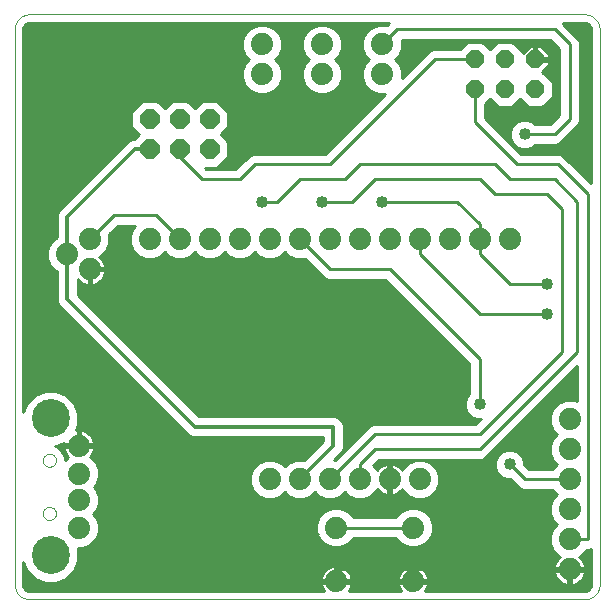
<source format=gbl>
G75*
G70*
%OFA0B0*%
%FSLAX24Y24*%
%IPPOS*%
%LPD*%
%AMOC8*
5,1,8,0,0,1.08239X$1,22.5*
%
%ADD10C,0.0000*%
%ADD11C,0.0740*%
%ADD12OC8,0.0640*%
%ADD13OC8,0.0600*%
%ADD14C,0.1266*%
%ADD15C,0.0100*%
%ADD16C,0.0400*%
%ADD17C,0.0120*%
D10*
X005948Y001650D02*
X005948Y020150D01*
X005950Y020194D01*
X005956Y020237D01*
X005965Y020279D01*
X005978Y020321D01*
X005995Y020361D01*
X006015Y020400D01*
X006038Y020437D01*
X006065Y020471D01*
X006094Y020504D01*
X006127Y020533D01*
X006161Y020560D01*
X006198Y020583D01*
X006237Y020603D01*
X006277Y020620D01*
X006319Y020633D01*
X006361Y020642D01*
X006404Y020648D01*
X006448Y020650D01*
X024948Y020650D01*
X024992Y020648D01*
X025035Y020642D01*
X025077Y020633D01*
X025119Y020620D01*
X025159Y020603D01*
X025198Y020583D01*
X025235Y020560D01*
X025269Y020533D01*
X025302Y020504D01*
X025331Y020471D01*
X025358Y020437D01*
X025381Y020400D01*
X025401Y020361D01*
X025418Y020321D01*
X025431Y020279D01*
X025440Y020237D01*
X025446Y020194D01*
X025448Y020150D01*
X025448Y001650D01*
X025446Y001606D01*
X025440Y001563D01*
X025431Y001521D01*
X025418Y001479D01*
X025401Y001439D01*
X025381Y001400D01*
X025358Y001363D01*
X025331Y001329D01*
X025302Y001296D01*
X025269Y001267D01*
X025235Y001240D01*
X025198Y001217D01*
X025159Y001197D01*
X025119Y001180D01*
X025077Y001167D01*
X025035Y001158D01*
X024992Y001152D01*
X024948Y001150D01*
X006448Y001150D01*
X006404Y001152D01*
X006361Y001158D01*
X006319Y001167D01*
X006277Y001180D01*
X006237Y001197D01*
X006198Y001217D01*
X006161Y001240D01*
X006127Y001267D01*
X006094Y001296D01*
X006065Y001329D01*
X006038Y001363D01*
X006015Y001400D01*
X005995Y001439D01*
X005978Y001479D01*
X005965Y001521D01*
X005956Y001563D01*
X005950Y001606D01*
X005948Y001650D01*
X006892Y004014D02*
X006894Y004043D01*
X006900Y004071D01*
X006909Y004099D01*
X006922Y004125D01*
X006939Y004148D01*
X006958Y004170D01*
X006980Y004189D01*
X007005Y004204D01*
X007031Y004217D01*
X007059Y004225D01*
X007087Y004230D01*
X007116Y004231D01*
X007145Y004228D01*
X007173Y004221D01*
X007200Y004211D01*
X007226Y004197D01*
X007249Y004180D01*
X007270Y004160D01*
X007288Y004137D01*
X007303Y004112D01*
X007314Y004085D01*
X007322Y004057D01*
X007326Y004028D01*
X007326Y004000D01*
X007322Y003971D01*
X007314Y003943D01*
X007303Y003916D01*
X007288Y003891D01*
X007270Y003868D01*
X007249Y003848D01*
X007226Y003831D01*
X007200Y003817D01*
X007173Y003807D01*
X007145Y003800D01*
X007116Y003797D01*
X007087Y003798D01*
X007059Y003803D01*
X007031Y003811D01*
X007005Y003824D01*
X006980Y003839D01*
X006958Y003858D01*
X006939Y003880D01*
X006922Y003903D01*
X006909Y003929D01*
X006900Y003957D01*
X006894Y003985D01*
X006892Y004014D01*
X006892Y005786D02*
X006894Y005815D01*
X006900Y005843D01*
X006909Y005871D01*
X006922Y005897D01*
X006939Y005920D01*
X006958Y005942D01*
X006980Y005961D01*
X007005Y005976D01*
X007031Y005989D01*
X007059Y005997D01*
X007087Y006002D01*
X007116Y006003D01*
X007145Y006000D01*
X007173Y005993D01*
X007200Y005983D01*
X007226Y005969D01*
X007249Y005952D01*
X007270Y005932D01*
X007288Y005909D01*
X007303Y005884D01*
X007314Y005857D01*
X007322Y005829D01*
X007326Y005800D01*
X007326Y005772D01*
X007322Y005743D01*
X007314Y005715D01*
X007303Y005688D01*
X007288Y005663D01*
X007270Y005640D01*
X007249Y005620D01*
X007226Y005603D01*
X007200Y005589D01*
X007173Y005579D01*
X007145Y005572D01*
X007116Y005569D01*
X007087Y005570D01*
X007059Y005575D01*
X007031Y005583D01*
X007005Y005596D01*
X006980Y005611D01*
X006958Y005630D01*
X006939Y005652D01*
X006922Y005675D01*
X006909Y005701D01*
X006900Y005729D01*
X006894Y005757D01*
X006892Y005786D01*
D11*
X008093Y005344D03*
X008093Y004456D03*
X008093Y003522D03*
X008093Y006278D03*
X014448Y005150D03*
X015448Y005150D03*
X016448Y005150D03*
X017448Y005150D03*
X018448Y005150D03*
X019448Y005150D03*
X019228Y003540D03*
X019228Y001760D03*
X016668Y001760D03*
X016668Y003540D03*
X024448Y003150D03*
X024448Y002150D03*
X024448Y004150D03*
X024448Y005150D03*
X024448Y006150D03*
X024448Y007150D03*
X022448Y013150D03*
X021448Y013150D03*
X020448Y013150D03*
X019448Y013150D03*
X018448Y013150D03*
X017448Y013150D03*
X016448Y013150D03*
X015448Y013150D03*
X014448Y013150D03*
X013448Y013150D03*
X012448Y013150D03*
X011448Y013150D03*
X010448Y013150D03*
X008448Y013150D03*
X007698Y012650D03*
X008448Y012150D03*
X014198Y018650D03*
X014198Y019650D03*
X016198Y019650D03*
X016198Y018650D03*
X018198Y018650D03*
X018198Y019650D03*
D12*
X012448Y017150D03*
X011448Y017150D03*
X011448Y016150D03*
X012448Y016150D03*
X010448Y016150D03*
X010448Y017150D03*
D13*
X021298Y018150D03*
X022298Y018150D03*
X023298Y018150D03*
X023298Y019150D03*
X022298Y019150D03*
X021298Y019150D03*
D14*
X007148Y007183D03*
X007148Y002617D03*
D15*
X006307Y002234D02*
X006238Y002234D01*
X006238Y002332D02*
X006267Y002332D01*
X006238Y002401D02*
X006365Y002094D01*
X006625Y001834D01*
X006964Y001693D01*
X007331Y001693D01*
X007671Y001834D01*
X007930Y002094D01*
X008071Y002433D01*
X008071Y002800D01*
X008045Y002862D01*
X008224Y002862D01*
X008467Y002963D01*
X008652Y003148D01*
X008753Y003391D01*
X008753Y003653D01*
X008652Y003896D01*
X008559Y003989D01*
X008652Y004082D01*
X008753Y004325D01*
X008753Y004588D01*
X008652Y004830D01*
X008582Y004900D01*
X008652Y004970D01*
X008753Y005212D01*
X008753Y005475D01*
X008652Y005718D01*
X008467Y005903D01*
X008457Y005907D01*
X008489Y005939D01*
X008537Y006005D01*
X008575Y006078D01*
X008600Y006156D01*
X008613Y006237D01*
X008613Y006238D01*
X008133Y006238D01*
X008133Y006318D01*
X008613Y006318D01*
X008613Y006319D01*
X008600Y006400D01*
X008575Y006478D01*
X008537Y006550D01*
X008489Y006617D01*
X008432Y006675D01*
X008365Y006723D01*
X008292Y006760D01*
X008215Y006785D01*
X008134Y006798D01*
X008133Y006798D01*
X008133Y006318D01*
X008053Y006318D01*
X008053Y006798D01*
X008052Y006798D01*
X007983Y006787D01*
X008071Y007000D01*
X008071Y007367D01*
X007930Y007706D01*
X007671Y007966D01*
X007331Y008107D01*
X006964Y008107D01*
X006625Y007966D01*
X006365Y007706D01*
X006238Y007399D01*
X006238Y020150D01*
X006242Y020191D01*
X006273Y020267D01*
X006331Y020325D01*
X006407Y020356D01*
X006448Y020360D01*
X018427Y020360D01*
X018410Y020343D01*
X018363Y020296D01*
X018329Y020310D01*
X018067Y020310D01*
X017824Y020210D01*
X017638Y020024D01*
X017538Y019781D01*
X017538Y019519D01*
X017638Y019276D01*
X017764Y019150D01*
X017638Y019024D01*
X017538Y018781D01*
X017538Y018519D01*
X017638Y018276D01*
X017824Y018090D01*
X018067Y017990D01*
X018307Y017990D01*
X016307Y015990D01*
X013880Y015990D01*
X013755Y015938D01*
X013660Y015843D01*
X013307Y015490D01*
X012339Y015490D01*
X012289Y015540D01*
X012701Y015540D01*
X013058Y015897D01*
X013058Y016403D01*
X012811Y016650D01*
X013058Y016897D01*
X013058Y017403D01*
X012701Y017760D01*
X012195Y017760D01*
X011948Y017513D01*
X011701Y017760D01*
X011195Y017760D01*
X010948Y017513D01*
X010701Y017760D01*
X010195Y017760D01*
X009838Y017403D01*
X009838Y016897D01*
X010085Y016650D01*
X009935Y016500D01*
X009878Y016500D01*
X009750Y016447D01*
X009651Y016348D01*
X007500Y014197D01*
X007401Y014098D01*
X007348Y013970D01*
X007348Y013219D01*
X007324Y013210D01*
X007138Y013024D01*
X007038Y012781D01*
X007038Y012519D01*
X007138Y012276D01*
X007324Y012090D01*
X007348Y012081D01*
X007348Y011080D01*
X007401Y010952D01*
X011750Y006603D01*
X011878Y006550D01*
X016218Y006550D01*
X016218Y006415D01*
X015603Y005800D01*
X015579Y005810D01*
X015317Y005810D01*
X015074Y005710D01*
X014948Y005583D01*
X014822Y005710D01*
X014579Y005810D01*
X014317Y005810D01*
X014074Y005710D01*
X013888Y005524D01*
X013788Y005281D01*
X013788Y005019D01*
X013888Y004776D01*
X014074Y004590D01*
X014317Y004490D01*
X014579Y004490D01*
X014822Y004590D01*
X014948Y004717D01*
X015074Y004590D01*
X015317Y004490D01*
X015579Y004490D01*
X015822Y004590D01*
X015948Y004717D01*
X016074Y004590D01*
X016317Y004490D01*
X016579Y004490D01*
X016822Y004590D01*
X016948Y004717D01*
X017074Y004590D01*
X017317Y004490D01*
X017579Y004490D01*
X017822Y004590D01*
X018007Y004776D01*
X018033Y004837D01*
X018051Y004811D01*
X018109Y004753D01*
X018175Y004705D01*
X018248Y004668D01*
X018326Y004643D01*
X018398Y004631D01*
X018398Y005100D01*
X018498Y005100D01*
X018498Y004631D01*
X018570Y004643D01*
X018647Y004668D01*
X018720Y004705D01*
X018787Y004753D01*
X018845Y004811D01*
X018863Y004837D01*
X018888Y004776D01*
X019074Y004590D01*
X019317Y004490D01*
X019579Y004490D01*
X019822Y004590D01*
X020007Y004776D01*
X020108Y005019D01*
X020108Y005281D01*
X020007Y005524D01*
X019822Y005710D01*
X019579Y005810D01*
X019317Y005810D01*
X019074Y005710D01*
X018888Y005524D01*
X018863Y005463D01*
X018845Y005489D01*
X018787Y005547D01*
X018720Y005595D01*
X018647Y005632D01*
X018570Y005657D01*
X018498Y005669D01*
X018498Y005200D01*
X018398Y005200D01*
X018398Y005669D01*
X018326Y005657D01*
X018248Y005632D01*
X018175Y005595D01*
X018109Y005547D01*
X018051Y005489D01*
X018033Y005463D01*
X018007Y005524D01*
X017905Y005626D01*
X018089Y005810D01*
X021516Y005810D01*
X021640Y005862D01*
X021736Y005957D01*
X024708Y008929D01*
X024708Y007757D01*
X024579Y007810D01*
X024317Y007810D01*
X024074Y007710D01*
X023888Y007524D01*
X023788Y007281D01*
X023788Y007019D01*
X023888Y006776D01*
X024014Y006650D01*
X023888Y006524D01*
X023788Y006281D01*
X023788Y006019D01*
X023888Y005776D01*
X024014Y005650D01*
X023888Y005524D01*
X023874Y005490D01*
X023089Y005490D01*
X022938Y005641D01*
X022938Y005747D01*
X022863Y005928D01*
X022725Y006065D01*
X022545Y006140D01*
X022350Y006140D01*
X022170Y006065D01*
X022032Y005928D01*
X021958Y005747D01*
X021958Y005553D01*
X022032Y005372D01*
X022170Y005235D01*
X022350Y005160D01*
X022457Y005160D01*
X022660Y004957D01*
X022755Y004862D01*
X022880Y004810D01*
X023874Y004810D01*
X023888Y004776D01*
X024014Y004650D01*
X023888Y004524D01*
X023788Y004281D01*
X023788Y004019D01*
X023888Y003776D01*
X024014Y003650D01*
X023888Y003524D01*
X023788Y003281D01*
X023788Y003019D01*
X023888Y002776D01*
X024074Y002590D01*
X024135Y002565D01*
X024109Y002547D01*
X024051Y002489D01*
X024003Y002423D01*
X023966Y002350D01*
X023941Y002272D01*
X023929Y002200D01*
X024398Y002200D01*
X024398Y002100D01*
X024498Y002100D01*
X024498Y002200D01*
X024966Y002200D01*
X024955Y002272D01*
X024930Y002350D01*
X024893Y002423D01*
X024845Y002489D01*
X024787Y002547D01*
X024761Y002565D01*
X024822Y002590D01*
X025007Y002776D01*
X025021Y002810D01*
X025116Y002810D01*
X025158Y002828D01*
X025158Y001650D01*
X025154Y001609D01*
X025122Y001533D01*
X025065Y001475D01*
X024989Y001444D01*
X024948Y001440D01*
X019638Y001440D01*
X019673Y001487D01*
X019710Y001560D01*
X019735Y001638D01*
X019746Y001710D01*
X019278Y001710D01*
X019278Y001810D01*
X019746Y001810D01*
X019735Y001882D01*
X019710Y001960D01*
X019673Y002033D01*
X019625Y002099D01*
X019567Y002157D01*
X019500Y002205D01*
X019427Y002242D01*
X019350Y002267D01*
X019278Y002279D01*
X019278Y001810D01*
X019178Y001810D01*
X019178Y002279D01*
X019106Y002267D01*
X019028Y002242D01*
X018955Y002205D01*
X018889Y002157D01*
X018831Y002099D01*
X018783Y002033D01*
X018746Y001960D01*
X018721Y001882D01*
X018709Y001810D01*
X019178Y001810D01*
X019178Y001710D01*
X018709Y001710D01*
X018721Y001638D01*
X018746Y001560D01*
X018783Y001487D01*
X018818Y001440D01*
X017078Y001440D01*
X017113Y001487D01*
X017150Y001560D01*
X017175Y001638D01*
X017186Y001710D01*
X016718Y001710D01*
X016718Y001810D01*
X017186Y001810D01*
X017175Y001882D01*
X017150Y001960D01*
X017113Y002033D01*
X017065Y002099D01*
X017007Y002157D01*
X016940Y002205D01*
X016867Y002242D01*
X016790Y002267D01*
X016718Y002279D01*
X016718Y001810D01*
X016618Y001810D01*
X016618Y002279D01*
X016546Y002267D01*
X016468Y002242D01*
X016395Y002205D01*
X016329Y002157D01*
X016271Y002099D01*
X016223Y002033D01*
X016186Y001960D01*
X016161Y001882D01*
X016149Y001810D01*
X016618Y001810D01*
X016618Y001710D01*
X016149Y001710D01*
X016161Y001638D01*
X016186Y001560D01*
X016223Y001487D01*
X016258Y001440D01*
X006448Y001440D01*
X006407Y001444D01*
X006331Y001475D01*
X006273Y001533D01*
X006242Y001609D01*
X006238Y001650D01*
X006238Y002401D01*
X006238Y002135D02*
X006348Y002135D01*
X006422Y002037D02*
X006238Y002037D01*
X006238Y001938D02*
X006521Y001938D01*
X006619Y001840D02*
X006238Y001840D01*
X006238Y001741D02*
X006849Y001741D01*
X006403Y001446D02*
X016254Y001446D01*
X016194Y001544D02*
X006269Y001544D01*
X006239Y001643D02*
X016160Y001643D01*
X016154Y001840D02*
X007676Y001840D01*
X007775Y001938D02*
X016179Y001938D01*
X016226Y002037D02*
X007873Y002037D01*
X007948Y002135D02*
X016307Y002135D01*
X016452Y002234D02*
X007988Y002234D01*
X008029Y002332D02*
X023960Y002332D01*
X023935Y002234D02*
X019444Y002234D01*
X019278Y002234D02*
X019178Y002234D01*
X019228Y002150D02*
X019228Y001760D01*
X019278Y001741D02*
X024126Y001741D01*
X024109Y001753D02*
X024175Y001705D01*
X024248Y001668D01*
X024326Y001643D01*
X024398Y001631D01*
X024398Y002100D01*
X023929Y002100D01*
X023941Y002028D01*
X023966Y001950D01*
X024003Y001877D01*
X024051Y001811D01*
X024109Y001753D01*
X024031Y001840D02*
X019742Y001840D01*
X019717Y001938D02*
X023972Y001938D01*
X023939Y002037D02*
X019670Y002037D01*
X019588Y002135D02*
X024398Y002135D01*
X024448Y002150D02*
X019228Y002150D01*
X016668Y002150D01*
X016668Y001760D01*
X016718Y001741D02*
X019178Y001741D01*
X019178Y001840D02*
X019278Y001840D01*
X019278Y001938D02*
X019178Y001938D01*
X019178Y002037D02*
X019278Y002037D01*
X019278Y002135D02*
X019178Y002135D01*
X019012Y002234D02*
X016884Y002234D01*
X016718Y002234D02*
X016618Y002234D01*
X016618Y002135D02*
X016718Y002135D01*
X016718Y002037D02*
X016618Y002037D01*
X016618Y001938D02*
X016718Y001938D01*
X016718Y001840D02*
X016618Y001840D01*
X016618Y001741D02*
X007446Y001741D01*
X008070Y002431D02*
X024009Y002431D01*
X024091Y002529D02*
X008071Y002529D01*
X008071Y002628D02*
X024037Y002628D01*
X023938Y002726D02*
X008071Y002726D01*
X008061Y002825D02*
X023868Y002825D01*
X023828Y002923D02*
X019463Y002923D01*
X019359Y002880D02*
X019602Y002980D01*
X019787Y003166D01*
X019888Y003409D01*
X019888Y003671D01*
X019787Y003914D01*
X019602Y004100D01*
X019359Y004200D01*
X019097Y004200D01*
X018854Y004100D01*
X018668Y003914D01*
X018654Y003880D01*
X017241Y003880D01*
X017227Y003914D01*
X017042Y004100D01*
X016799Y004200D01*
X016537Y004200D01*
X016294Y004100D01*
X016108Y003914D01*
X016008Y003671D01*
X016008Y003409D01*
X016108Y003166D01*
X016294Y002980D01*
X016537Y002880D01*
X016799Y002880D01*
X017042Y002980D01*
X017227Y003166D01*
X017241Y003200D01*
X018654Y003200D01*
X018668Y003166D01*
X018854Y002980D01*
X019097Y002880D01*
X019359Y002880D01*
X019643Y003022D02*
X023788Y003022D01*
X023788Y003120D02*
X019741Y003120D01*
X019809Y003219D02*
X023788Y003219D01*
X023803Y003317D02*
X019850Y003317D01*
X019888Y003416D02*
X023843Y003416D01*
X023884Y003514D02*
X019888Y003514D01*
X019888Y003613D02*
X023977Y003613D01*
X023953Y003711D02*
X019871Y003711D01*
X019831Y003810D02*
X023875Y003810D01*
X023834Y003908D02*
X019790Y003908D01*
X019695Y004007D02*
X023793Y004007D01*
X023788Y004105D02*
X019588Y004105D01*
X019601Y004499D02*
X023878Y004499D01*
X023837Y004401D02*
X008753Y004401D01*
X008753Y004499D02*
X014295Y004499D01*
X014067Y004598D02*
X008749Y004598D01*
X008708Y004696D02*
X013968Y004696D01*
X013881Y004795D02*
X008667Y004795D01*
X008589Y004893D02*
X013840Y004893D01*
X013799Y004992D02*
X008661Y004992D01*
X008702Y005090D02*
X013788Y005090D01*
X013788Y005189D02*
X008743Y005189D01*
X008753Y005287D02*
X013790Y005287D01*
X013831Y005386D02*
X008753Y005386D01*
X008749Y005484D02*
X013872Y005484D01*
X013947Y005583D02*
X008708Y005583D01*
X008667Y005681D02*
X014046Y005681D01*
X014243Y005780D02*
X008590Y005780D01*
X008492Y005878D02*
X015681Y005878D01*
X015779Y005977D02*
X008517Y005977D01*
X008573Y006075D02*
X015878Y006075D01*
X015976Y006174D02*
X008603Y006174D01*
X008605Y006371D02*
X016173Y006371D01*
X016218Y006469D02*
X008577Y006469D01*
X008525Y006568D02*
X011836Y006568D01*
X011687Y006666D02*
X008440Y006666D01*
X008278Y006765D02*
X011588Y006765D01*
X011490Y006863D02*
X008014Y006863D01*
X008053Y006765D02*
X008133Y006765D01*
X008133Y006666D02*
X008053Y006666D01*
X008053Y006568D02*
X008133Y006568D01*
X008133Y006469D02*
X008053Y006469D01*
X008053Y006371D02*
X008133Y006371D01*
X008053Y006318D02*
X008053Y006238D01*
X007573Y006238D01*
X007573Y006237D01*
X007586Y006156D01*
X007611Y006078D01*
X007648Y006005D01*
X007696Y005939D01*
X007728Y005907D01*
X007719Y005903D01*
X007615Y005799D01*
X007615Y005887D01*
X007538Y006073D01*
X007395Y006215D01*
X007286Y006260D01*
X007331Y006260D01*
X007580Y006363D01*
X007573Y006319D01*
X007573Y006318D01*
X008053Y006318D01*
X008053Y006272D02*
X007360Y006272D01*
X007437Y006174D02*
X007583Y006174D01*
X007613Y006075D02*
X007536Y006075D01*
X007578Y005977D02*
X007669Y005977D01*
X007694Y005878D02*
X007615Y005878D01*
X008133Y006272D02*
X016075Y006272D01*
X016596Y005803D02*
X016865Y006072D01*
X016918Y006200D01*
X016918Y006970D01*
X016865Y007098D01*
X016766Y007197D01*
X016637Y007250D01*
X012093Y007250D01*
X008048Y011295D01*
X008048Y011816D01*
X008051Y011811D01*
X008109Y011753D01*
X008175Y011705D01*
X008248Y011668D01*
X008326Y011643D01*
X008407Y011630D01*
X008418Y011630D01*
X008418Y012120D01*
X008478Y012120D01*
X008478Y012180D01*
X008968Y012180D01*
X008968Y012191D01*
X008955Y012272D01*
X008930Y012350D01*
X008893Y012423D01*
X008845Y012489D01*
X008787Y012547D01*
X008761Y012565D01*
X008822Y012590D01*
X009007Y012776D01*
X009108Y013019D01*
X009108Y013281D01*
X009094Y013315D01*
X009389Y013610D01*
X009974Y013610D01*
X009888Y013524D01*
X009788Y013281D01*
X009788Y013019D01*
X009888Y012776D01*
X010074Y012590D01*
X010317Y012490D01*
X010579Y012490D01*
X010822Y012590D01*
X010948Y012717D01*
X011074Y012590D01*
X011317Y012490D01*
X011579Y012490D01*
X011822Y012590D01*
X011948Y012717D01*
X012074Y012590D01*
X012317Y012490D01*
X012579Y012490D01*
X012822Y012590D01*
X012948Y012717D01*
X013074Y012590D01*
X013317Y012490D01*
X013579Y012490D01*
X013822Y012590D01*
X013948Y012717D01*
X014074Y012590D01*
X014317Y012490D01*
X014579Y012490D01*
X014822Y012590D01*
X014948Y012717D01*
X015074Y012590D01*
X015317Y012490D01*
X015579Y012490D01*
X015613Y012504D01*
X016255Y011862D01*
X016380Y011810D01*
X018307Y011810D01*
X021108Y009009D01*
X021108Y008003D01*
X021032Y007928D01*
X020958Y007747D01*
X020958Y007553D01*
X021032Y007372D01*
X021170Y007235D01*
X021350Y007160D01*
X021477Y007160D01*
X021307Y006990D01*
X017880Y006990D01*
X017755Y006938D01*
X016613Y005796D01*
X016596Y005803D01*
X016671Y005878D02*
X016695Y005878D01*
X016769Y005977D02*
X016794Y005977D01*
X016866Y006075D02*
X016892Y006075D01*
X016907Y006174D02*
X016991Y006174D01*
X016918Y006272D02*
X017089Y006272D01*
X017188Y006371D02*
X016918Y006371D01*
X016918Y006469D02*
X017286Y006469D01*
X017385Y006568D02*
X016918Y006568D01*
X016918Y006666D02*
X017483Y006666D01*
X017582Y006765D02*
X016918Y006765D01*
X016918Y006863D02*
X017680Y006863D01*
X017811Y006962D02*
X016918Y006962D01*
X016880Y007060D02*
X021377Y007060D01*
X021476Y007159D02*
X016804Y007159D01*
X017948Y006650D02*
X016448Y005150D01*
X016927Y004696D02*
X016968Y004696D01*
X017067Y004598D02*
X016829Y004598D01*
X016601Y004499D02*
X017295Y004499D01*
X017601Y004499D02*
X019295Y004499D01*
X019067Y004598D02*
X017829Y004598D01*
X017927Y004696D02*
X018193Y004696D01*
X018068Y004795D02*
X018015Y004795D01*
X018398Y004795D02*
X018498Y004795D01*
X018498Y004893D02*
X018398Y004893D01*
X018398Y004992D02*
X018498Y004992D01*
X018498Y005090D02*
X018398Y005090D01*
X018398Y005287D02*
X018498Y005287D01*
X018498Y005386D02*
X018398Y005386D01*
X018398Y005484D02*
X018498Y005484D01*
X018498Y005583D02*
X018398Y005583D01*
X018158Y005583D02*
X017949Y005583D01*
X017960Y005681D02*
X019046Y005681D01*
X018947Y005583D02*
X018737Y005583D01*
X018848Y005484D02*
X018872Y005484D01*
X019243Y005780D02*
X018058Y005780D01*
X018048Y005484D02*
X018024Y005484D01*
X017448Y005650D02*
X017448Y005150D01*
X017448Y005650D02*
X017948Y006150D01*
X021448Y006150D01*
X024698Y009400D01*
X024698Y014400D01*
X023948Y015150D01*
X022448Y015150D01*
X021948Y015650D01*
X017448Y015650D01*
X016948Y015150D01*
X015448Y015150D01*
X014698Y014400D01*
X014198Y014400D01*
X013448Y015150D02*
X013948Y015650D01*
X016448Y015650D01*
X019948Y019150D01*
X021298Y019150D01*
X021713Y019570D02*
X021883Y019570D01*
X021798Y019484D02*
X022053Y019740D01*
X022542Y019740D01*
X022888Y019394D01*
X022888Y019376D01*
X023111Y019600D01*
X023258Y019600D01*
X023258Y019190D01*
X023338Y019190D01*
X023748Y019190D01*
X023748Y019336D01*
X023484Y019600D01*
X023338Y019600D01*
X023338Y019190D01*
X023338Y019110D01*
X023748Y019110D01*
X023748Y018964D01*
X023524Y018740D01*
X023542Y018740D01*
X023888Y018394D01*
X023888Y017906D01*
X023542Y017560D01*
X023053Y017560D01*
X022798Y017816D01*
X022542Y017560D01*
X022053Y017560D01*
X021798Y017816D01*
X021638Y017656D01*
X021638Y017191D01*
X022839Y015990D01*
X024116Y015990D01*
X024240Y015938D01*
X024336Y015843D01*
X025158Y015021D01*
X025158Y020150D01*
X025154Y020191D01*
X025122Y020267D01*
X025065Y020325D01*
X024989Y020356D01*
X024948Y020360D01*
X024219Y020360D01*
X024236Y020343D01*
X024640Y019938D01*
X024736Y019843D01*
X024788Y019718D01*
X024788Y017082D01*
X024736Y016957D01*
X024640Y016862D01*
X024236Y016457D01*
X024140Y016362D01*
X024016Y016310D01*
X023301Y016310D01*
X023225Y016235D01*
X023045Y016160D01*
X022850Y016160D01*
X022670Y016235D01*
X022532Y016372D01*
X022458Y016553D01*
X022458Y016747D01*
X022532Y016928D01*
X022670Y017065D01*
X022850Y017140D01*
X023045Y017140D01*
X023225Y017065D01*
X023301Y016990D01*
X023807Y016990D01*
X024108Y017291D01*
X024108Y019509D01*
X023807Y019810D01*
X018846Y019810D01*
X018858Y019781D01*
X018858Y019519D01*
X018757Y019276D01*
X018631Y019150D01*
X018757Y019024D01*
X018858Y018781D01*
X018858Y018541D01*
X019660Y019343D01*
X019660Y019343D01*
X019755Y019438D01*
X019880Y019490D01*
X020803Y019490D01*
X021053Y019740D01*
X021542Y019740D01*
X021798Y019484D01*
X021614Y019668D02*
X021982Y019668D01*
X022614Y019668D02*
X023949Y019668D01*
X024047Y019570D02*
X023515Y019570D01*
X023613Y019471D02*
X024108Y019471D01*
X024108Y019373D02*
X023712Y019373D01*
X023748Y019274D02*
X024108Y019274D01*
X024108Y019176D02*
X023338Y019176D01*
X023338Y019274D02*
X023258Y019274D01*
X023258Y019373D02*
X023338Y019373D01*
X023338Y019471D02*
X023258Y019471D01*
X023258Y019570D02*
X023338Y019570D01*
X023081Y019570D02*
X022713Y019570D01*
X022811Y019471D02*
X022983Y019471D01*
X023748Y019077D02*
X024108Y019077D01*
X024108Y018979D02*
X023748Y018979D01*
X023664Y018880D02*
X024108Y018880D01*
X024108Y018782D02*
X023566Y018782D01*
X023599Y018683D02*
X024108Y018683D01*
X024108Y018585D02*
X023698Y018585D01*
X023796Y018486D02*
X024108Y018486D01*
X024108Y018388D02*
X023888Y018388D01*
X023888Y018289D02*
X024108Y018289D01*
X024108Y018191D02*
X023888Y018191D01*
X023888Y018092D02*
X024108Y018092D01*
X024108Y017994D02*
X023888Y017994D01*
X023877Y017895D02*
X024108Y017895D01*
X024108Y017797D02*
X023779Y017797D01*
X023680Y017698D02*
X024108Y017698D01*
X024108Y017600D02*
X023582Y017600D01*
X024108Y017501D02*
X021638Y017501D01*
X021638Y017403D02*
X024108Y017403D01*
X024108Y017304D02*
X021638Y017304D01*
X021638Y017206D02*
X024023Y017206D01*
X023924Y017107D02*
X023125Y017107D01*
X023282Y017009D02*
X023826Y017009D01*
X023948Y016650D02*
X022948Y016650D01*
X022771Y017107D02*
X021722Y017107D01*
X021820Y017009D02*
X022613Y017009D01*
X022525Y016910D02*
X021919Y016910D01*
X022017Y016812D02*
X022484Y016812D01*
X022458Y016713D02*
X022116Y016713D01*
X022214Y016615D02*
X022458Y016615D01*
X022473Y016516D02*
X022313Y016516D01*
X022411Y016418D02*
X022514Y016418D01*
X022510Y016319D02*
X022586Y016319D01*
X022608Y016221D02*
X022704Y016221D01*
X022707Y016122D02*
X025158Y016122D01*
X025158Y016024D02*
X022805Y016024D01*
X022698Y015650D02*
X021298Y017050D01*
X021298Y018150D01*
X021680Y017698D02*
X021915Y017698D01*
X021817Y017797D02*
X021779Y017797D01*
X021638Y017600D02*
X022014Y017600D01*
X022582Y017600D02*
X023014Y017600D01*
X022915Y017698D02*
X022680Y017698D01*
X022779Y017797D02*
X022817Y017797D01*
X023948Y016650D02*
X024448Y017150D01*
X024448Y019650D01*
X023948Y020150D01*
X018698Y020150D01*
X018198Y019650D01*
X017944Y020259D02*
X016452Y020259D01*
X016572Y020210D02*
X016329Y020310D01*
X016067Y020310D01*
X015824Y020210D01*
X015638Y020024D01*
X015538Y019781D01*
X015538Y019519D01*
X015638Y019276D01*
X015764Y019150D01*
X015638Y019024D01*
X015538Y018781D01*
X015538Y018519D01*
X015638Y018276D01*
X015824Y018090D01*
X016067Y017990D01*
X016329Y017990D01*
X016572Y018090D01*
X016757Y018276D01*
X016858Y018519D01*
X016858Y018781D01*
X016757Y019024D01*
X016631Y019150D01*
X016757Y019276D01*
X016858Y019519D01*
X016858Y019781D01*
X016757Y020024D01*
X016572Y020210D01*
X016621Y020161D02*
X017775Y020161D01*
X017677Y020062D02*
X016719Y020062D01*
X016782Y019964D02*
X017613Y019964D01*
X017573Y019865D02*
X016823Y019865D01*
X016858Y019767D02*
X017538Y019767D01*
X017538Y019668D02*
X016858Y019668D01*
X016858Y019570D02*
X017538Y019570D01*
X017558Y019471D02*
X016838Y019471D01*
X016797Y019373D02*
X017598Y019373D01*
X017640Y019274D02*
X016755Y019274D01*
X016657Y019176D02*
X017739Y019176D01*
X017692Y019077D02*
X016704Y019077D01*
X016776Y018979D02*
X017620Y018979D01*
X017579Y018880D02*
X016817Y018880D01*
X016858Y018782D02*
X017538Y018782D01*
X017538Y018683D02*
X016858Y018683D01*
X016858Y018585D02*
X017538Y018585D01*
X017551Y018486D02*
X016844Y018486D01*
X016804Y018388D02*
X017592Y018388D01*
X017633Y018289D02*
X016763Y018289D01*
X016672Y018191D02*
X017724Y018191D01*
X017822Y018092D02*
X016573Y018092D01*
X016338Y017994D02*
X018058Y017994D01*
X018212Y017895D02*
X006238Y017895D01*
X006238Y017797D02*
X018114Y017797D01*
X018015Y017698D02*
X012763Y017698D01*
X012861Y017600D02*
X017917Y017600D01*
X017818Y017501D02*
X012960Y017501D01*
X013058Y017403D02*
X017720Y017403D01*
X017621Y017304D02*
X013058Y017304D01*
X013058Y017206D02*
X017523Y017206D01*
X017424Y017107D02*
X013058Y017107D01*
X013058Y017009D02*
X017326Y017009D01*
X017227Y016910D02*
X013058Y016910D01*
X012972Y016812D02*
X017129Y016812D01*
X017030Y016713D02*
X012874Y016713D01*
X012846Y016615D02*
X016932Y016615D01*
X016833Y016516D02*
X012945Y016516D01*
X013043Y016418D02*
X016735Y016418D01*
X016636Y016319D02*
X013058Y016319D01*
X013058Y016221D02*
X016538Y016221D01*
X016439Y016122D02*
X013058Y016122D01*
X013058Y016024D02*
X016341Y016024D01*
X017948Y015150D02*
X017198Y014400D01*
X016198Y014400D01*
X015448Y013150D02*
X016448Y012150D01*
X018448Y012150D01*
X021448Y009150D01*
X021448Y007650D01*
X021051Y007947D02*
X011396Y007947D01*
X011298Y008045D02*
X021108Y008045D01*
X021108Y008144D02*
X011199Y008144D01*
X011101Y008242D02*
X021108Y008242D01*
X021108Y008341D02*
X011002Y008341D01*
X010904Y008439D02*
X021108Y008439D01*
X021108Y008538D02*
X010805Y008538D01*
X010707Y008636D02*
X021108Y008636D01*
X021108Y008735D02*
X010608Y008735D01*
X010510Y008833D02*
X021108Y008833D01*
X021108Y008932D02*
X010411Y008932D01*
X010313Y009030D02*
X021087Y009030D01*
X020989Y009129D02*
X010214Y009129D01*
X010116Y009227D02*
X020890Y009227D01*
X020792Y009326D02*
X010017Y009326D01*
X009919Y009424D02*
X020693Y009424D01*
X020595Y009523D02*
X009820Y009523D01*
X009722Y009621D02*
X020496Y009621D01*
X020398Y009720D02*
X009623Y009720D01*
X009525Y009818D02*
X020299Y009818D01*
X020201Y009917D02*
X009426Y009917D01*
X009328Y010015D02*
X020102Y010015D01*
X020004Y010114D02*
X009229Y010114D01*
X009131Y010212D02*
X019905Y010212D01*
X019807Y010311D02*
X009032Y010311D01*
X008934Y010409D02*
X019708Y010409D01*
X019610Y010508D02*
X008835Y010508D01*
X008737Y010606D02*
X019511Y010606D01*
X019413Y010705D02*
X008638Y010705D01*
X008540Y010803D02*
X019314Y010803D01*
X019216Y010902D02*
X008441Y010902D01*
X008343Y011000D02*
X019117Y011000D01*
X019019Y011099D02*
X008244Y011099D01*
X008146Y011197D02*
X018920Y011197D01*
X018822Y011296D02*
X008048Y011296D01*
X008048Y011394D02*
X018723Y011394D01*
X018625Y011493D02*
X008048Y011493D01*
X008048Y011591D02*
X018526Y011591D01*
X018428Y011690D02*
X008690Y011690D01*
X008720Y011705D02*
X008787Y011753D01*
X008845Y011811D01*
X008893Y011877D01*
X008930Y011950D01*
X008955Y012028D01*
X008968Y012109D01*
X008968Y012120D01*
X008478Y012120D01*
X008478Y011630D01*
X008489Y011630D01*
X008570Y011643D01*
X008647Y011668D01*
X008720Y011705D01*
X008821Y011788D02*
X018329Y011788D01*
X019448Y012650D02*
X021448Y010650D01*
X023698Y010650D01*
X023698Y011650D02*
X022448Y011650D01*
X021448Y012650D01*
X021448Y013150D01*
X021448Y013650D01*
X020698Y014400D01*
X018198Y014400D01*
X017948Y015150D02*
X021448Y015150D01*
X021948Y014650D01*
X023698Y014650D01*
X024198Y014150D01*
X024198Y009400D01*
X021448Y006650D01*
X017948Y006650D01*
X019653Y005780D02*
X021971Y005780D01*
X021958Y005681D02*
X019850Y005681D01*
X019949Y005583D02*
X021958Y005583D01*
X021986Y005484D02*
X020024Y005484D01*
X020065Y005386D02*
X022027Y005386D01*
X022118Y005287D02*
X020106Y005287D01*
X020108Y005189D02*
X022282Y005189D01*
X022527Y005090D02*
X020108Y005090D01*
X020097Y004992D02*
X022626Y004992D01*
X022724Y004893D02*
X020056Y004893D01*
X020015Y004795D02*
X023881Y004795D01*
X023968Y004696D02*
X019927Y004696D01*
X019829Y004598D02*
X023962Y004598D01*
X023796Y004302D02*
X008743Y004302D01*
X008702Y004204D02*
X023788Y004204D01*
X024448Y005150D02*
X022948Y005150D01*
X022448Y005650D01*
X022814Y005977D02*
X023805Y005977D01*
X023788Y006075D02*
X022702Y006075D01*
X022884Y005878D02*
X023846Y005878D01*
X023887Y005780D02*
X022925Y005780D01*
X022938Y005681D02*
X023983Y005681D01*
X023947Y005583D02*
X022996Y005583D01*
X022194Y006075D02*
X021854Y006075D01*
X021952Y006174D02*
X023788Y006174D01*
X023788Y006272D02*
X022051Y006272D01*
X022149Y006371D02*
X023825Y006371D01*
X023866Y006469D02*
X022248Y006469D01*
X022346Y006568D02*
X023932Y006568D01*
X023998Y006666D02*
X022445Y006666D01*
X022543Y006765D02*
X023900Y006765D01*
X023852Y006863D02*
X022642Y006863D01*
X022740Y006962D02*
X023812Y006962D01*
X023788Y007060D02*
X022839Y007060D01*
X022937Y007159D02*
X023788Y007159D01*
X023788Y007257D02*
X023036Y007257D01*
X023134Y007356D02*
X023819Y007356D01*
X023859Y007454D02*
X023233Y007454D01*
X023331Y007553D02*
X023917Y007553D01*
X024016Y007651D02*
X023430Y007651D01*
X023528Y007750D02*
X024171Y007750D01*
X023824Y008045D02*
X024708Y008045D01*
X024708Y007947D02*
X023725Y007947D01*
X023627Y007848D02*
X024708Y007848D01*
X024708Y008144D02*
X023922Y008144D01*
X024021Y008242D02*
X024708Y008242D01*
X024708Y008341D02*
X024119Y008341D01*
X024218Y008439D02*
X024708Y008439D01*
X024708Y008538D02*
X024316Y008538D01*
X024415Y008636D02*
X024708Y008636D01*
X024708Y008735D02*
X024513Y008735D01*
X024612Y008833D02*
X024708Y008833D01*
X022081Y005977D02*
X021755Y005977D01*
X021657Y005878D02*
X022012Y005878D01*
X021148Y007257D02*
X012086Y007257D01*
X011987Y007356D02*
X021049Y007356D01*
X020999Y007454D02*
X011889Y007454D01*
X011790Y007553D02*
X020958Y007553D01*
X020958Y007651D02*
X011692Y007651D01*
X011593Y007750D02*
X020959Y007750D01*
X021000Y007848D02*
X011495Y007848D01*
X010997Y007356D02*
X008071Y007356D01*
X008071Y007257D02*
X011096Y007257D01*
X011194Y007159D02*
X008071Y007159D01*
X008071Y007060D02*
X011293Y007060D01*
X011391Y006962D02*
X008055Y006962D01*
X008035Y007454D02*
X010899Y007454D01*
X010800Y007553D02*
X007994Y007553D01*
X007953Y007651D02*
X010702Y007651D01*
X010603Y007750D02*
X007887Y007750D01*
X007789Y007848D02*
X010505Y007848D01*
X010406Y007947D02*
X007690Y007947D01*
X007480Y008045D02*
X010308Y008045D01*
X010209Y008144D02*
X006238Y008144D01*
X006238Y008242D02*
X010111Y008242D01*
X010012Y008341D02*
X006238Y008341D01*
X006238Y008439D02*
X009914Y008439D01*
X009815Y008538D02*
X006238Y008538D01*
X006238Y008636D02*
X009717Y008636D01*
X009618Y008735D02*
X006238Y008735D01*
X006238Y008833D02*
X009520Y008833D01*
X009421Y008932D02*
X006238Y008932D01*
X006238Y009030D02*
X009323Y009030D01*
X009224Y009129D02*
X006238Y009129D01*
X006238Y009227D02*
X009126Y009227D01*
X009027Y009326D02*
X006238Y009326D01*
X006238Y009424D02*
X008929Y009424D01*
X008830Y009523D02*
X006238Y009523D01*
X006238Y009621D02*
X008732Y009621D01*
X008633Y009720D02*
X006238Y009720D01*
X006238Y009818D02*
X008535Y009818D01*
X008436Y009917D02*
X006238Y009917D01*
X006238Y010015D02*
X008338Y010015D01*
X008239Y010114D02*
X006238Y010114D01*
X006238Y010212D02*
X008141Y010212D01*
X008042Y010311D02*
X006238Y010311D01*
X006238Y010409D02*
X007944Y010409D01*
X007845Y010508D02*
X006238Y010508D01*
X006238Y010606D02*
X007747Y010606D01*
X007648Y010705D02*
X006238Y010705D01*
X006238Y010803D02*
X007550Y010803D01*
X007451Y010902D02*
X006238Y010902D01*
X006238Y011000D02*
X007381Y011000D01*
X007348Y011099D02*
X006238Y011099D01*
X006238Y011197D02*
X007348Y011197D01*
X007348Y011296D02*
X006238Y011296D01*
X006238Y011394D02*
X007348Y011394D01*
X007348Y011493D02*
X006238Y011493D01*
X006238Y011591D02*
X007348Y011591D01*
X007348Y011690D02*
X006238Y011690D01*
X006238Y011788D02*
X007348Y011788D01*
X007348Y011887D02*
X006238Y011887D01*
X006238Y011985D02*
X007348Y011985D01*
X007341Y012084D02*
X006238Y012084D01*
X006238Y012182D02*
X007232Y012182D01*
X007137Y012281D02*
X006238Y012281D01*
X006238Y012379D02*
X007096Y012379D01*
X007055Y012478D02*
X006238Y012478D01*
X006238Y012576D02*
X007038Y012576D01*
X007038Y012675D02*
X006238Y012675D01*
X006238Y012773D02*
X007038Y012773D01*
X007075Y012872D02*
X006238Y012872D01*
X006238Y012970D02*
X007116Y012970D01*
X007183Y013069D02*
X006238Y013069D01*
X006238Y013167D02*
X007282Y013167D01*
X007348Y013266D02*
X006238Y013266D01*
X006238Y013364D02*
X007348Y013364D01*
X007348Y013463D02*
X006238Y013463D01*
X006238Y013561D02*
X007348Y013561D01*
X007348Y013660D02*
X006238Y013660D01*
X006238Y013758D02*
X007348Y013758D01*
X007348Y013857D02*
X006238Y013857D01*
X006238Y013955D02*
X007348Y013955D01*
X007383Y014054D02*
X006238Y014054D01*
X006238Y014152D02*
X007455Y014152D01*
X007553Y014251D02*
X006238Y014251D01*
X006238Y014349D02*
X007652Y014349D01*
X007750Y014448D02*
X006238Y014448D01*
X006238Y014546D02*
X007849Y014546D01*
X007947Y014645D02*
X006238Y014645D01*
X006238Y014743D02*
X008046Y014743D01*
X008144Y014842D02*
X006238Y014842D01*
X006238Y014940D02*
X008243Y014940D01*
X008341Y015039D02*
X006238Y015039D01*
X006238Y015137D02*
X008440Y015137D01*
X008538Y015236D02*
X006238Y015236D01*
X006238Y015334D02*
X008637Y015334D01*
X008735Y015433D02*
X006238Y015433D01*
X006238Y015531D02*
X008834Y015531D01*
X008932Y015630D02*
X006238Y015630D01*
X006238Y015728D02*
X009031Y015728D01*
X009129Y015827D02*
X006238Y015827D01*
X006238Y015925D02*
X009228Y015925D01*
X009326Y016024D02*
X006238Y016024D01*
X006238Y016122D02*
X009425Y016122D01*
X009523Y016221D02*
X006238Y016221D01*
X006238Y016319D02*
X009622Y016319D01*
X009720Y016418D02*
X006238Y016418D01*
X006238Y016516D02*
X009951Y016516D01*
X010050Y016615D02*
X006238Y016615D01*
X006238Y016713D02*
X010022Y016713D01*
X009924Y016812D02*
X006238Y016812D01*
X006238Y016910D02*
X009838Y016910D01*
X009838Y017009D02*
X006238Y017009D01*
X006238Y017107D02*
X009838Y017107D01*
X009838Y017206D02*
X006238Y017206D01*
X006238Y017304D02*
X009838Y017304D01*
X009838Y017403D02*
X006238Y017403D01*
X006238Y017501D02*
X009936Y017501D01*
X010035Y017600D02*
X006238Y017600D01*
X006238Y017698D02*
X010133Y017698D01*
X010763Y017698D02*
X011133Y017698D01*
X011035Y017600D02*
X010861Y017600D01*
X011763Y017698D02*
X012133Y017698D01*
X012035Y017600D02*
X011861Y017600D01*
X011448Y016150D02*
X011448Y015900D01*
X012198Y015150D01*
X013448Y015150D01*
X013348Y015531D02*
X012298Y015531D01*
X012790Y015630D02*
X013447Y015630D01*
X013545Y015728D02*
X012889Y015728D01*
X012987Y015827D02*
X013644Y015827D01*
X013742Y015925D02*
X013058Y015925D01*
X013824Y018090D02*
X014067Y017990D01*
X014329Y017990D01*
X014572Y018090D01*
X014757Y018276D01*
X014858Y018519D01*
X014858Y018781D01*
X014757Y019024D01*
X014631Y019150D01*
X014757Y019276D01*
X014858Y019519D01*
X014858Y019781D01*
X014757Y020024D01*
X014572Y020210D01*
X014329Y020310D01*
X014067Y020310D01*
X013824Y020210D01*
X013638Y020024D01*
X013538Y019781D01*
X013538Y019519D01*
X013638Y019276D01*
X013764Y019150D01*
X013638Y019024D01*
X013538Y018781D01*
X013538Y018519D01*
X013638Y018276D01*
X013824Y018090D01*
X013822Y018092D02*
X006238Y018092D01*
X006238Y017994D02*
X014058Y017994D01*
X014338Y017994D02*
X016058Y017994D01*
X015822Y018092D02*
X014573Y018092D01*
X014672Y018191D02*
X015724Y018191D01*
X015633Y018289D02*
X014763Y018289D01*
X014804Y018388D02*
X015592Y018388D01*
X015551Y018486D02*
X014844Y018486D01*
X014858Y018585D02*
X015538Y018585D01*
X015538Y018683D02*
X014858Y018683D01*
X014858Y018782D02*
X015538Y018782D01*
X015579Y018880D02*
X014817Y018880D01*
X014776Y018979D02*
X015620Y018979D01*
X015692Y019077D02*
X014704Y019077D01*
X014657Y019176D02*
X015739Y019176D01*
X015640Y019274D02*
X014755Y019274D01*
X014797Y019373D02*
X015598Y019373D01*
X015558Y019471D02*
X014838Y019471D01*
X014858Y019570D02*
X015538Y019570D01*
X015538Y019668D02*
X014858Y019668D01*
X014858Y019767D02*
X015538Y019767D01*
X015573Y019865D02*
X014823Y019865D01*
X014782Y019964D02*
X015613Y019964D01*
X015677Y020062D02*
X014719Y020062D01*
X014621Y020161D02*
X015775Y020161D01*
X015944Y020259D02*
X014452Y020259D01*
X013944Y020259D02*
X006270Y020259D01*
X006239Y020161D02*
X013775Y020161D01*
X013677Y020062D02*
X006238Y020062D01*
X006238Y019964D02*
X013613Y019964D01*
X013573Y019865D02*
X006238Y019865D01*
X006238Y019767D02*
X013538Y019767D01*
X013538Y019668D02*
X006238Y019668D01*
X006238Y019570D02*
X013538Y019570D01*
X013558Y019471D02*
X006238Y019471D01*
X006238Y019373D02*
X013598Y019373D01*
X013640Y019274D02*
X006238Y019274D01*
X006238Y019176D02*
X013739Y019176D01*
X013692Y019077D02*
X006238Y019077D01*
X006238Y018979D02*
X013620Y018979D01*
X013579Y018880D02*
X006238Y018880D01*
X006238Y018782D02*
X013538Y018782D01*
X013538Y018683D02*
X006238Y018683D01*
X006238Y018585D02*
X013538Y018585D01*
X013551Y018486D02*
X006238Y018486D01*
X006238Y018388D02*
X013592Y018388D01*
X013633Y018289D02*
X006238Y018289D01*
X006238Y018191D02*
X013724Y018191D01*
X018425Y020358D02*
X006423Y020358D01*
X009248Y013950D02*
X010648Y013950D01*
X011448Y013150D01*
X011906Y012675D02*
X011990Y012675D01*
X012109Y012576D02*
X011787Y012576D01*
X011109Y012576D02*
X010787Y012576D01*
X010906Y012675D02*
X010990Y012675D01*
X010109Y012576D02*
X008787Y012576D01*
X008853Y012478D02*
X015640Y012478D01*
X015738Y012379D02*
X008915Y012379D01*
X008952Y012281D02*
X015837Y012281D01*
X015935Y012182D02*
X008968Y012182D01*
X008964Y012084D02*
X016034Y012084D01*
X016132Y011985D02*
X008941Y011985D01*
X008897Y011887D02*
X016231Y011887D01*
X015109Y012576D02*
X014787Y012576D01*
X014906Y012675D02*
X014990Y012675D01*
X014109Y012576D02*
X013787Y012576D01*
X013906Y012675D02*
X013990Y012675D01*
X013109Y012576D02*
X012787Y012576D01*
X012906Y012675D02*
X012990Y012675D01*
X009990Y012675D02*
X008906Y012675D01*
X009004Y012773D02*
X009891Y012773D01*
X009849Y012872D02*
X009047Y012872D01*
X009088Y012970D02*
X009808Y012970D01*
X009788Y013069D02*
X009108Y013069D01*
X009108Y013167D02*
X009788Y013167D01*
X009788Y013266D02*
X009108Y013266D01*
X009143Y013364D02*
X009822Y013364D01*
X009863Y013463D02*
X009241Y013463D01*
X009340Y013561D02*
X009926Y013561D01*
X009248Y013950D02*
X008448Y013150D01*
X008418Y012084D02*
X008478Y012084D01*
X008478Y011985D02*
X008418Y011985D01*
X008418Y011887D02*
X008478Y011887D01*
X008478Y011788D02*
X008418Y011788D01*
X008418Y011690D02*
X008478Y011690D01*
X008206Y011690D02*
X008048Y011690D01*
X008048Y011788D02*
X008074Y011788D01*
X006816Y008045D02*
X006238Y008045D01*
X006238Y007947D02*
X006606Y007947D01*
X006507Y007848D02*
X006238Y007848D01*
X006238Y007750D02*
X006409Y007750D01*
X006342Y007651D02*
X006238Y007651D01*
X006238Y007553D02*
X006302Y007553D01*
X006261Y007454D02*
X006238Y007454D01*
X008662Y004105D02*
X016307Y004105D01*
X016201Y004007D02*
X008576Y004007D01*
X008640Y003908D02*
X016106Y003908D01*
X016065Y003810D02*
X008688Y003810D01*
X008729Y003711D02*
X016024Y003711D01*
X016008Y003613D02*
X008753Y003613D01*
X008753Y003514D02*
X016008Y003514D01*
X016008Y003416D02*
X008753Y003416D01*
X008722Y003317D02*
X016046Y003317D01*
X016087Y003219D02*
X008681Y003219D01*
X008624Y003120D02*
X016154Y003120D01*
X016253Y003022D02*
X008526Y003022D01*
X008371Y002923D02*
X016433Y002923D01*
X016903Y002923D02*
X018993Y002923D01*
X018813Y003022D02*
X017083Y003022D01*
X017181Y003120D02*
X018714Y003120D01*
X019228Y003540D02*
X016668Y003540D01*
X017135Y004007D02*
X018761Y004007D01*
X018666Y003908D02*
X017230Y003908D01*
X017028Y004105D02*
X018867Y004105D01*
X018968Y004696D02*
X018702Y004696D01*
X018828Y004795D02*
X018881Y004795D01*
X018498Y004696D02*
X018398Y004696D01*
X016295Y004499D02*
X015601Y004499D01*
X015829Y004598D02*
X016067Y004598D01*
X015968Y004696D02*
X015927Y004696D01*
X015295Y004499D02*
X014601Y004499D01*
X014829Y004598D02*
X015067Y004598D01*
X014968Y004696D02*
X014927Y004696D01*
X014850Y005681D02*
X015046Y005681D01*
X015243Y005780D02*
X014653Y005780D01*
X017028Y002135D02*
X018867Y002135D01*
X018786Y002037D02*
X017110Y002037D01*
X017157Y001938D02*
X018739Y001938D01*
X018714Y001840D02*
X017182Y001840D01*
X017176Y001643D02*
X018720Y001643D01*
X018754Y001544D02*
X017141Y001544D01*
X017082Y001446D02*
X018814Y001446D01*
X019642Y001446D02*
X024992Y001446D01*
X025127Y001544D02*
X019701Y001544D01*
X019736Y001643D02*
X024328Y001643D01*
X024398Y001643D02*
X024498Y001643D01*
X024498Y001631D02*
X024570Y001643D01*
X024647Y001668D01*
X024720Y001705D01*
X024787Y001753D01*
X024845Y001811D01*
X024893Y001877D01*
X024930Y001950D01*
X024955Y002028D01*
X024966Y002100D01*
X024498Y002100D01*
X024498Y001631D01*
X024568Y001643D02*
X025157Y001643D01*
X025158Y001741D02*
X024770Y001741D01*
X024865Y001840D02*
X025158Y001840D01*
X025158Y001938D02*
X024923Y001938D01*
X024956Y002037D02*
X025158Y002037D01*
X025158Y002135D02*
X024498Y002135D01*
X024498Y002037D02*
X024398Y002037D01*
X024398Y001938D02*
X024498Y001938D01*
X024498Y001840D02*
X024398Y001840D01*
X024398Y001741D02*
X024498Y001741D01*
X024961Y002234D02*
X025158Y002234D01*
X025158Y002332D02*
X024935Y002332D01*
X024887Y002431D02*
X025158Y002431D01*
X025158Y002529D02*
X024804Y002529D01*
X024859Y002628D02*
X025158Y002628D01*
X025158Y002726D02*
X024957Y002726D01*
X025151Y002825D02*
X025158Y002825D01*
X025048Y003150D02*
X024448Y003150D01*
X025048Y003150D02*
X025048Y014650D01*
X024048Y015650D01*
X022698Y015650D01*
X023191Y016221D02*
X025158Y016221D01*
X025158Y016319D02*
X024037Y016319D01*
X024196Y016418D02*
X025158Y016418D01*
X025158Y016516D02*
X024295Y016516D01*
X024393Y016615D02*
X025158Y016615D01*
X025158Y016713D02*
X024492Y016713D01*
X024590Y016812D02*
X025158Y016812D01*
X025158Y016910D02*
X024689Y016910D01*
X024757Y017009D02*
X025158Y017009D01*
X025158Y017107D02*
X024788Y017107D01*
X024788Y017206D02*
X025158Y017206D01*
X025158Y017304D02*
X024788Y017304D01*
X024788Y017403D02*
X025158Y017403D01*
X025158Y017501D02*
X024788Y017501D01*
X024788Y017600D02*
X025158Y017600D01*
X025158Y017698D02*
X024788Y017698D01*
X024788Y017797D02*
X025158Y017797D01*
X025158Y017895D02*
X024788Y017895D01*
X024788Y017994D02*
X025158Y017994D01*
X025158Y018092D02*
X024788Y018092D01*
X024788Y018191D02*
X025158Y018191D01*
X025158Y018289D02*
X024788Y018289D01*
X024788Y018388D02*
X025158Y018388D01*
X025158Y018486D02*
X024788Y018486D01*
X024788Y018585D02*
X025158Y018585D01*
X025158Y018683D02*
X024788Y018683D01*
X024788Y018782D02*
X025158Y018782D01*
X025158Y018880D02*
X024788Y018880D01*
X024788Y018979D02*
X025158Y018979D01*
X025158Y019077D02*
X024788Y019077D01*
X024788Y019176D02*
X025158Y019176D01*
X025158Y019274D02*
X024788Y019274D01*
X024788Y019373D02*
X025158Y019373D01*
X025158Y019471D02*
X024788Y019471D01*
X024788Y019570D02*
X025158Y019570D01*
X025158Y019668D02*
X024788Y019668D01*
X024768Y019767D02*
X025158Y019767D01*
X025158Y019865D02*
X024714Y019865D01*
X024615Y019964D02*
X025158Y019964D01*
X025158Y020062D02*
X024517Y020062D01*
X024418Y020161D02*
X025157Y020161D01*
X025126Y020259D02*
X024320Y020259D01*
X024221Y020358D02*
X024973Y020358D01*
X023850Y019767D02*
X018858Y019767D01*
X018858Y019668D02*
X020982Y019668D01*
X020883Y019570D02*
X018858Y019570D01*
X018838Y019471D02*
X019834Y019471D01*
X019690Y019373D02*
X018797Y019373D01*
X018755Y019274D02*
X019591Y019274D01*
X019493Y019176D02*
X018657Y019176D01*
X018704Y019077D02*
X019394Y019077D01*
X019296Y018979D02*
X018776Y018979D01*
X018817Y018880D02*
X019197Y018880D01*
X019099Y018782D02*
X018858Y018782D01*
X018858Y018683D02*
X019000Y018683D01*
X018902Y018585D02*
X018858Y018585D01*
X024254Y015925D02*
X025158Y015925D01*
X025158Y015827D02*
X024352Y015827D01*
X024451Y015728D02*
X025158Y015728D01*
X025158Y015630D02*
X024549Y015630D01*
X024648Y015531D02*
X025158Y015531D01*
X025158Y015433D02*
X024746Y015433D01*
X024845Y015334D02*
X025158Y015334D01*
X025158Y015236D02*
X024943Y015236D01*
X025042Y015137D02*
X025158Y015137D01*
X025158Y015039D02*
X025140Y015039D01*
X019448Y013150D02*
X019448Y012650D01*
D16*
X018198Y014400D03*
X016198Y014400D03*
X014198Y014400D03*
X011448Y019650D03*
X006948Y019650D03*
X015448Y009150D03*
X018448Y008150D03*
X021448Y007650D03*
X022448Y005650D03*
X023698Y010650D03*
X023698Y011650D03*
X022948Y016650D03*
X012448Y007650D03*
X011698Y008900D03*
X009948Y007650D03*
X012448Y005150D03*
X011948Y002650D03*
D17*
X015448Y005150D02*
X016568Y006270D01*
X016568Y006900D01*
X011948Y006900D01*
X007698Y011150D01*
X007698Y012650D01*
X007698Y013900D01*
X009948Y016150D01*
X010448Y016150D01*
M02*

</source>
